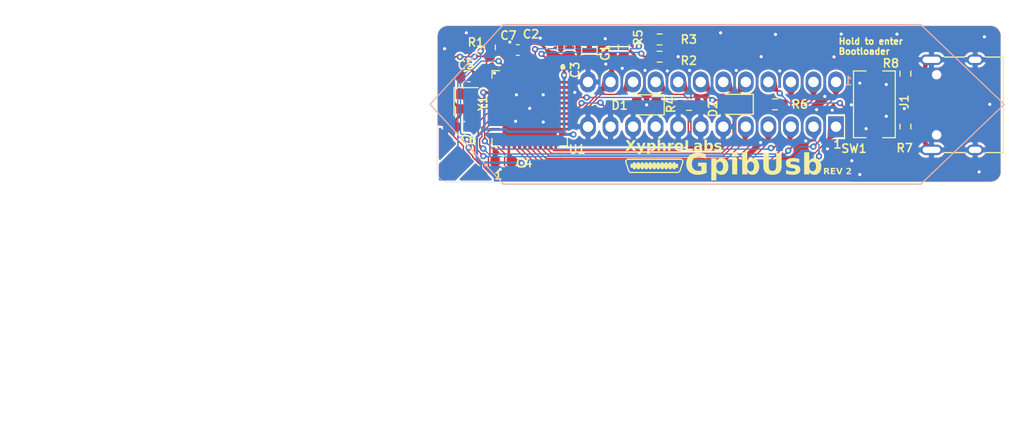
<source format=kicad_pcb>
(kicad_pcb (version 20240108) (generator "pcbnew") (generator_version "8.0")
  (layers (0 "F.Cu" signal) (31 "B.Cu" signal) (34 "B.Paste" user) (35 "F.Paste" user) (36 "B.SilkS" user "B.Silkscreen") (37 "F.SilkS" user "F.Silkscreen") (38 "B.Mask" user) (39 "F.Mask" user) (44 "Edge.Cuts" user))
  (net 0 "")
  (net 1 "Net-(U1-XTAL2)")
  (net 2 "GND")
  (net 3 "+5V")
  (net 4 "Net-(U1-XTAL1)")
  (net 5 "Net-(U1-UCAP)")
  (net 6 "Net-(D1-K)")
  (net 7 "/ATN")
  (net 8 "/SRQ")
  (net 9 "/IFC")
  (net 10 "/NDAC")
  (net 11 "/NRFD")
  (net 12 "/DAV")
  (net 13 "/REN")
  (net 14 "/EOI")
  (net 15 "/DIO8")
  (net 16 "/DIO4")
  (net 17 "/DIO7")
  (net 18 "/DIO3")
  (net 19 "/DIO6")
  (net 20 "/DIO2")
  (net 21 "/DIO5")
  (net 22 "/DIO1")
  (net 23 "/MOSI")
  (net 24 "Net-(D1-A)")
  (net 25 "/SCK")
  (net 26 "/MISO")
  (net 27 "Net-(ISP1-~{RST})")
  (net 28 "Net-(U1-D-)")
  (net 29 "Net-(U1-D+)")
  (net 35 "/D-")
  (net 36 "/D+")
  (net 37 "Net-(D2-K)")
  (net 38 "Net-(D2-A)")
  (net 41 "Net-(J1-CC1)")
  (net 42 "Net-(J1-CC2)")
  (footprint "Capacitor_SMD:C_0805_2012Metric" (layer "F.Cu") (at 194.564 77.343 90)
    (property "Reference" "C1")
    (property "Value" "4.7uF")
  )
  (footprint "Capacitor_SMD:C_0603_1608Metric" (layer "F.Cu") (at 191.008 77.089 90)
    (property "Reference" "C2")
    (property "Value" "100nF")
  )
  (footprint "Capacitor_SMD:C_0603_1608Metric" (layer "F.Cu") (at 187.706 77.343 180)
    (property "Reference" "C7")
    (property "Value" "1u")
  )
  (footprint "LED_SMD:LED_0805_2012Metric" (layer "F.Cu") (at 200.0504 82.6008 180)
    (property "Reference" "D1")
    (property "Value" "LED")
  )
  (footprint "Resistor_SMD:R_0603_1608Metric" (layer "F.Cu") (at 185.039 77.089 -90)
    (property "Reference" "R1")
    (property "Value" "10k")
  )
  (footprint "Resistor_SMD:R_0603_1608Metric" (layer "F.Cu") (at 201.295 77.978)
    (property "Reference" "R2")
    (property "Value" "22R")
  )
  (footprint "Resistor_SMD:R_0603_1608Metric" (layer "F.Cu") (at 201.295 76.327)
    (property "Reference" "R3")
    (property "Value" "22R")
  )
  (footprint "Resistor_SMD:R_0603_1608Metric" (layer "F.Cu") (at 204.1144 82.6008)
    (property "Reference" "R4")
    (property "Value" "470R")
  )
  (footprint "Resistor_SMD:R_0603_1608Metric" (layer "F.Cu") (at 197.866 77.089 90)
    (property "Reference" "R5")
    (property "Value" "100k")
  )
  (footprint "Package_DFN_QFN:QFN-44-1EP_7x7mm_P0.5mm_EP5.2x5.2mm" (layer "F.Cu") (at 188.849 82.931 -90)
    (property "Reference" "U1")
    (property "Value" "ATmega32U4-MU")
  )
  (footprint "Kai:EdgeProg" (layer "F.Cu") (at 205.0912 90.1108)
    (property "Reference" "ISP1" (hide yes))
    (property "Value" "ISP")
  )
  (footprint "Capacitor_SMD:C_0603_1608Metric" (layer "F.Cu") (at 183.007 79.883)
    (property "Reference" "C5")
    (property "Value" "8pF")
  )
  (footprint "Capacitor_SMD:C_0603_1608Metric" (layer "F.Cu") (at 182.499 84.709 180)
    (property "Reference" "C6")
    (property "Value" "8pF")
  )
  (footprint "Crystal:Crystal_SMD_2016-4Pin_2.0x1.6mm" (layer "F.Cu") (at 182.753 82.296 -90)
    (property "Reference" "Y1")
    (property "Value" "CX2016DB16000D0WZRC1" (hide yes))
  )
  (footprint "Capacitor_SMD:C_0603_1608Metric" (layer "F.Cu") (at 192.659 77.089 90)
    (property "Reference" "C3")
    (property "Value" "100nF")
  )
  (footprint "Capacitor_SMD:C_0603_1608Metric" (layer "F.Cu") (at 186.309 88.011 180)
    (property "Reference" "C4")
    (property "Value" "100nF")
  )
  (footprint "Fiducial:Fiducial_0.5mm_Mask1mm" (layer "F.Cu") (at 224.8916 89.154)
    (property "Reference" "FID1" (hide yes))
    (property "Value" "Fiducial")
  )
  (footprint "Fiducial:Fiducial_0.5mm_Mask1mm" (layer "F.Cu") (at 181.61 76.4032)
    (property "Reference" "FID2" (hide yes))
    (property "Value" "Fiducial")
  )
  (footprint "Connector_USB:USB_C_Receptacle_XKB_U262-16XN-4BVC11" (layer "F.Cu") (at 230.4412 82.5968 90)
    (property "Reference" "J1")
    (property "Value" "USB_C_Receptacle_USB2.0")
  )
  (footprint "Resistor_SMD:R_0603_1608Metric" (layer "F.Cu") (at 212.344 82.55)
    (property "Reference" "R6")
    (property "Value" "470R")
  )
  (footprint "LED_SMD:LED_0805_2012Metric" (layer "F.Cu") (at 208.5848 82.55 180)
    (property "Reference" "D2")
    (property "Value" "LED")
  )
  (footprint "Button_Switch_SMD:SW_Tactile_SPST_NO_Straight_CK_PTS636Sx25SMTRLFS" (layer "F.Cu") (at 221.869 82.55 -90)
    (property "Reference" "SW1")
    (property "Value" "SW_Push")
  )
  (footprint "Resistor_SMD:R_0603_1608Metric" (layer "F.Cu") (at 224.8408 84.6836 -90)
    (property "Reference" "R7")
    (property "Value" "10k")
  )
  (footprint "Resistor_SMD:R_0603_1608Metric" (layer "F.Cu") (at 224.8408 79.6036 -90)
    (property "Reference" "R8")
    (property "Value" "5k1")
  )
  (footprint "gpib:112024113R001" (layer "B.Cu") (at 206.314 82.55 180)
    (property "Reference" "GPIB1" (hide yes))
    (property "Value" "112-024-113R001" (hide yes))
  )
  (gr_rect (start 200.339988 88.190605) (end 200.466988 88.698605) (stroke (width 0.15)) (fill none) (layer "F.SilkS"))
  (gr_rect (start 200.720988 88.190605) (end 200.847988 88.698605) (stroke (width 0.15)) (fill none) (layer "F.SilkS"))
  (gr_line (start 198.561988 89.079605) (end 203.006988 89.079605) (stroke (width 0.12)) (layer "F.SilkS"))
  (gr_arc (start 198.561988 89.079605) (mid 198.428452 89.04167) (end 198.334803 88.939197) (stroke (width 0.12)) (layer "F.SilkS"))
  (gr_rect (start 201.863988 88.190605) (end 201.990988 88.698605) (stroke (width 0.15)) (fill none) (layer "F.SilkS"))
  (gr_rect (start 198.561988 88.317605) (end 203.006988 88.571605) (stroke (width 0.12)) (fill solid) (layer "F.SilkS"))
  (gr_arc (start 203.274395 87.809605) (mid 203.454 87.884) (end 203.528395 88.063605) (stroke (width 0.12)) (layer "F.SilkS"))
  (gr_rect (start 199.196988 88.190605) (end 199.323988 88.698605) (stroke (width 0.15)) (fill none) (layer "F.SilkS"))
  (gr_rect (start 201.101988 88.190605) (end 201.228988 88.698605) (stroke (width 0.15)) (fill none) (layer "F.SilkS"))
  (gr_rect (start 201.482988 88.190605) (end 201.609988 88.698605) (stroke (width 0.15)) (fill none) (layer "F.SilkS"))
  (gr_circle (center 192.024 78.867) (end 192.024 78.867) (stroke (width 0.2)) (fill none) (layer "F.SilkS"))
  (gr_rect (start 199.958988 88.190605) (end 200.085988 88.698605) (stroke (width 0.15)) (fill none) (layer "F.SilkS"))
  (gr_rect (start 198.815988 88.190605) (end 198.942988 88.698605) (stroke (width 0.15)) (fill none) (layer "F.SilkS"))
  (gr_arc (start 203.234173 88.939197) (mid 203.140524 89.04167) (end 203.006988 89.079605) (stroke (width 0.12)) (layer "F.SilkS"))
  (gr_rect (start 202.244988 88.190605) (end 202.371988 88.698605) (stroke (width 0.15)) (fill none) (layer "F.SilkS"))
  (gr_line (start 198.053988 88.063605) (end 198.334803 88.939197) (stroke (width 0.12)) (layer "F.SilkS"))
  (gr_rect (start 202.625988 88.190605) (end 202.752988 88.698605) (stroke (width 0.15)) (fill none) (layer "F.SilkS"))
  (gr_circle (center 192.024 78.994) (end 192.151 78.994) (stroke (width 0.25)) (fill none) (layer "F.SilkS"))
  (gr_arc (start 198.053988 88.063605) (mid 198.128383 87.884) (end 198.307988 87.809605) (stroke (width 0.12)) (layer "F.SilkS"))
  (gr_line (start 203.234173 88.939197) (end 203.528395 88.063605) (stroke (width 0.12)) (layer "F.SilkS"))
  (gr_rect (start 199.577988 88.190605) (end 199.704988 88.698605) (stroke (width 0.15)) (fill none) (layer "F.SilkS"))
  (gr_line (start 203.260988 87.809605) (end 198.307988 87.809605) (stroke (width 0.12)) (layer "F.SilkS"))
  (gr_line (start 234 76) (end 234 89) (stroke (width 0.05)) (layer "Edge.Cuts"))
  (gr_line (start 180 89) (end 180 87.75) (stroke (width 0.05)) (layer "Edge.Cuts"))
  (gr_line (start 180 76) (end 180 77) (stroke (width 0.05)) (layer "Edge.Cuts"))
  (gr_line (start 180 87.75) (end 180 77) (stroke (width 0.05)) (layer "Edge.Cuts"))
  (gr_line (start 181 75) (end 233 75) (stroke (width 0.05)) (layer "Edge.Cuts"))
  (gr_line (start 233 90) (end 181 90) (stroke (width 0.05)) (layer "Edge.Cuts"))
  (gr_arc (start 234 89) (mid 233.707107 89.707107) (end 233 90) (stroke (width 0.05)) (layer "Edge.Cuts"))
  (gr_arc (start 181 90) (mid 180.292893 89.707107) (end 180 89) (stroke (width 0.05)) (layer "Edge.Cuts"))
  (gr_arc (start 233 75) (mid 233.707107 75.292893) (end 234 76) (stroke (width 0.05)) (layer "Edge.Cuts"))
  (gr_arc (start 180 76) (mid 180.292893 75.292893) (end 181 75) (stroke (width 0.05)) (layer "Edge.Cuts"))
  (gr_text "1" (at 219.837 80.772 0) (layer "B.SilkS") (effects (font (size 0.8 0.8)) (justify left bottom mirror)))
  (gr_text "GpibUsb" (at 203.708 89.6112 0) (layer "F.SilkS") (effects (font (size 2 2)) (justify left bottom)))
  (gr_text "1" (at 185.3692 89.8144 0) (layer "F.SilkS") (effects (font (size 0.8 0.8)) (justify left bottom)))
  (gr_text "Hold to enter\nBootloader" (at 218.3638 77.8256 0) (layer "F.SilkS") (effects (font (size 0.6 0.6)) (justify left bottom)))
  (gr_text "1" (at 217.8558 86.8426 0) (layer "F.SilkS") (effects (font (size 0.8 0.8)) (justify left bottom)))
  (gr_text "XyphroLabs" (at 197.993 87.1728 0) (layer "F.SilkS") (effects (font (size 1 1)) (justify left bottom)))
  (gr_text "REV 2" (at 216.9668 89.3572 0) (layer "F.SilkS") (effects (font (size 0.6 0.6)) (justify left bottom)))
  (segment (start 182.853 82.296) (end 182.203 81.646) (width 0.127) (layer "F.Cu") (net 1))
  (segment (start 185.5115 82.431) (end 183.8935 82.431) (width 0.127) (layer "F.Cu") (net 1))
  (segment (start 182.203 81.596) (end 182.203 79.912) (width 0.127) (layer "F.Cu") (net 1))
  (segment (start 182.203 81.646) (end 182.203 81.596) (width 0.127) (layer "F.Cu") (net 1))
  (segment (start 183.7585 82.296) (end 182.853 82.296) (width 0.127) (layer "F.Cu") (net 1))
  (segment (start 183.8935 82.431) (end 183.7585 82.296) (width 0.127) (layer "F.Cu") (net 1))
  (segment (start 182.203 79.912) (end 182.232 79.883) (width 0.127) (layer "F.Cu") (net 1))
  (segment (start 186.374 86.2435) (end 186.374 85.279) (width 0.25) (layer "F.Cu") (net 2))
  (segment (start 192.1865 84.931) (end 190.976 84.931) (width 0.25) (layer "F.Cu") (net 2))
  (segment (start 204.9394 82.6008) (end 205.234 82.8954) (width 0.2) (layer "F.Cu") (net 2))
  (segment (start 183.782 79.769) (end 183.134 79.121) (width 0.25) (layer "F.Cu") (net 2))
  (segment (start 183.388 81.511) (end 183.388 80.772) (width 0.25) (layer "F.Cu") (net 2))
  (segment (start 192.1865 80.931) (end 190.595 80.931) (width 0.25) (layer "F.Cu") (net 2))
  (segment (start 181.724 84.087) (end 182.203 83.608) (width 0.25) (layer "F.Cu") (net 2))
  (segment (start 183.504684 81.596) (end 183.303 81.596) (width 0.25) (layer "F.Cu") (net 2))
  (segment (start 186.349 86.2685) (end 186.374 86.2435) (width 0.25) (layer "F.Cu") (net 2))
  (segment (start 181.483 79.48242) (end 181.483 82.276) (width 0.25) (layer "F.Cu") (net 2))
  (segment (start 189.349 82.558) (end 188.976 82.931) (width 0.25) (layer "F.Cu") (net 2))
  (segment (start 184.768455 82.064672) (end 183.973356 82.064672) (width 0.25) (layer "F.Cu") (net 2))
  (segment (start 226.7432 78.795) (end 227.3132 78.225) (width 0.4) (layer "F.Cu") (net 2))
  (segment (start 189.349 79.5935) (end 189.349 82.558) (width 0.25) (layer "F.Cu") (net 2))
  (segment (start 184.902127 81.931) (end 184.768455 82.064672) (width 0.25) (layer "F.Cu") (net 2))
  (segment (start 185.534 88.2969) (end 186.0296 88.7925) (width 0.2) (layer "F.Cu") (net 2))
  (segment (start 226.7432 86.305) (end 227.3132 86.875) (width 0.4) (layer "F.Cu") (net 2))
  (segment (start 182.203 83.608) (end 182.203 82.996) (width 0.25) (layer "F.Cu") (net 2))
  (segment (start 183.388 80.772) (end 183.782 80.378) (width 0.25) (layer "F.Cu") (net 2))
  (segment (start 181.724 84.709) (end 181.724 84.087) (width 0.25) (layer "F.Cu") (net 2))
  (segment (start 183.782 80.378) (end 183.782 79.883) (width 0.25) (layer "F.Cu") (net 2))
  (segment (start 185.534 88.011) (end 185.534 88.2969) (width 0.127) (layer "F.Cu") (net 2))
  (segment (start 205.234 82.8954) (end 205.234 84.695) (width 0.2) (layer "F.Cu") (net 2))
  (segment (start 181.84442 79.121) (end 181.483 79.48242) (width 0.25) (layer "F.Cu") (net 2))
  (segment (start 183.134 79.121) (end 181.84442 79.121) (width 0.25) (layer "F.Cu") (net 2))
  (segment (start 190.976 84.931) (end 190.5 84.455) (width 0.25) (layer "F.Cu") (net 2))
  (segment (start 226.7432 79.35) (end 226.7432 78.795) (width 0.4) (layer "F.Cu") (net 2))
  (segment (start 185.5115 81.931) (end 184.902127 81.931) (width 0.25) (layer "F.Cu") (net 2))
  (segment (start 186.374 85.279) (end 187.198 84.455) (width 0.25) (layer "F.Cu") (net 2))
  (segment (start 185.5115 81.931) (end 186.42 81.931) (width 0.25) (layer "F.Cu") (net 2))
  (segment (start 183.973356 82.064672) (end 183.504684 81.596) (width 0.25) (layer "F.Cu") (net 2))
  (segment (start 181.483 82.276) (end 182.203 82.996) (width 0.25) (layer "F.Cu") (net 2))
  (segment (start 190.595 80.931) (end 190.5 81.026) (width 0.25) (layer "F.Cu") (net 2))
  (segment (start 192.1865 81.931) (end 191.405 81.931) (width 0.25) (layer "F.Cu") (net 2))
  (segment (start 213.169 82.55) (end 213.0044 82.55) (width 0.2) (layer "F.Cu") (net 2))
  (segment (start 186.42 81.931) (end 187.198 81.153) (width 0.25) (layer "F.Cu") (net 2))
  (segment (start 183.303 81.596) (end 183.388 81.511) (width 0.25) (layer "F.Cu") (net 2))
  (segment (start 191.405 81.931) (end 190.5 81.026) (width 0.25) (layer "F.Cu") (net 2))
  (segment (start 226.7432 85.75) (end 226.7432 86.305) (width 0.4) (layer "F.Cu") (net 2))
  (segment (start 183.782 79.883) (end 183.782 79.769) (width 0.25) (layer "F.Cu") (net 2))
  (via (at 217.1192 81.788) (size 0.6) (drill 0.3) (layers "F.Cu" "B.Cu") (net 2))
  (via (at 223.012 83.693) (size 0.6) (drill 0.3) (layers "F.Cu" "B.Cu") (net 2))
  (via (at 220.472 89.281) (size 0.6) (drill 0.3) (layers "F.Cu" "B.Cu") (net 2))
  (via (at 211.0232 77.978) (size 0.6) (drill 0.3) (layers "F.Cu" "B.Cu") (net 2))
  (via (at 190.1444 81.6356) (size 0.6) (drill 0.3) (layers "F.Cu" "B.Cu") (net 2))
  (via (at 185.4708 79.5528) (size 0.6) (drill 0.3) (layers "F.Cu" "B.Cu") (net 2))
  (via (at 204.1652 79.2988) (size 0.6) (drill 0.3) (layers "F.Cu" "B.Cu") (net 2))
  (via (at 218.694 75.819) (size 0.6) (drill 0.3) (layers "F.Cu" "B.Cu") (net 2))
  (via (at 200.0504 82.6008) (size 0.6) (drill 0.3) (layers "F.Cu" "B.Cu") (net 2))
  (via (at 189.865 76.2) (size 0.6) (drill 0.3) (layers "F.Cu" "B.Cu") (net 2))
  (via (at 199.898 79.2988) (size 0.6) (drill 0.3) (layers "F.Cu" "B.Cu") (net 2))
  (via (at 196.088 76.255189) (size 0.6) (drill 0.3) (layers "F.Cu" "B.Cu") (net 2))
  (via (at 196.1388 78.6892) (size 0.6) (drill 0.3) (layers "F.Cu" "B.Cu") (net 2))
  (via (at 221.0816 84.8868) (size 0.6) (drill 0.3) (layers "F.Cu" "B.Cu") (net 2))
  (via (at 220.472 80.518) (size 0.6) (drill 0.3) (layers "F.Cu" "B.Cu") (net 2))
  (via (at 208.6356 79.2988) (size 0.6) (drill 0.3) (layers "F.Cu" "B.Cu") (net 2))
  (via (at 182.7784 75.692) (size 0.6) (drill 0.3) (layers "F.Cu" "B.Cu") (net 2))
  (via (at 207.137 75.692) (size 0.6) (drill 0.3) (layers "F.Cu" "B.Cu") (net 2))
  (via (at 216.3318 83.058) (size 0.6) (drill 0.3) (layers "F.Cu" "B.Cu") (net 2))
  (via (at 224.028 75.819) (size 0.6) (drill 0.3) (layers "F.Cu" "B.Cu") (net 2))
  (via (at 187.5028 84.1756) (size 0.6) (drill 0.3) (layers "F.Cu" "B.Cu") (net 2))
  (via (at 212.8012 79.3496) (size 0.6) (drill 0.3) (layers "F.Cu" "B.Cu") (net 2))
  (via (at 232.41 76.073) (size 0.6) (drill 0.3) (layers "F.Cu" "B.Cu") (net 2))
  (via (at 203.073 77.978) (size 0.6) (drill 0.3) (layers "F.Cu" "B.Cu") (net 2))
  (via (at 215.2904 86.0552) (size 0.6) (drill 0.3) (layers "F.Cu" "B.Cu") (net 2))
  (via (at 180.6956 77.216) (size 0.6) (drill 0.3) (layers "F.Cu" "B.Cu") (net 2))
  (via (at 218 78) (size 0.6) (drill 0.3) (layers "F.Cu" "B.Cu") (net 2))
  (via (at 202.0316 79.3496) (size 0.6) (drill 0.3) (layers "F.Cu" "B.Cu") (net 2))
  (via (at 193.167 81.407) (size 0.6) (drill 0.3) (layers "F.Cu" "B.Cu") (net 2))
  (via (at 224.7392 82.9564) (size 0.6) (drill 0.3) (layers "F.Cu" "B.Cu") (net 2))
  (via (at 219.6592 82.6008) (size 0.6) (drill 0.3) (layers "F.Cu" "B.Cu") (net 2))
  (via (at 197.7136 79.0956) (size 0.6) (drill 0.3) (layers "F.Cu" "B.Cu") (net 2))
  (via (at 231.902 89.027) (size 0.6) (drill 0.3) (layers "F.Cu" "B.Cu") (net 2))
  (via (at 217.8304 83.1088) (size 0.6) (drill 0.3) (layers "F.Cu" "B.Cu") (net 2))
  (via (at 232.918 82.55) (size 0.6) (drill 0.3) (layers "F.Cu" "B.Cu") (net 2))
  (via (at 188.849 82.931) (size 0.6) (drill 0.3) (layers "F.Cu" "B.Cu") (net 2))
  (via (at 186.944 76.581) (size 0.6) (drill 0.3) (layers "F.Cu" "B.Cu") (net 2))
  (via (at 190.1444 84.2518) (size 0.6) (drill 0.3) (layers "F.Cu" "B.Cu") (net 2))
  (via (at 223.012 80.645) (size 0.6) (drill 0.3) (layers "F.Cu" "B.Cu") (net 2))
  (via (at 217.3732 86.8172) (size 0.6) (drill 0.3) (layers "F.Cu" "B.Cu") (net 2))
  (via (at 187.579 81.6356) (size 0.6) (drill 0.3) (layers "F.Cu" "B.Cu") (net 2))
  (via (at 186.0296 88.7925) (size 0.6) (drill 0.3) (layers "F.Cu" "B.Cu") (net 2))
  (via (at 219.71 87.9602) (size 0.6) (drill 0.3) (layers "F.Cu" "B.Cu") (net 2))
  (via (at 210.9724 86.2076) (size 0.6) (drill 0.3) (layers "F.Cu" "B.Cu") (net 2))
  (via (at 212.3948 75.8444) (size 0.6) (drill 0.3) (layers "F.Cu" "B.Cu") (net 2))
  (segment (start 192.659 77.864) (end 191.008 77.864) (width 0.25) (layer "F.Cu") (net 3))
  (segment (start 218.987784 78.5876) (end 219.6445 79.244316) (width 0.25) (layer "F.Cu") (net 3))
  (segment (start 194.564 78.293) (end 193.088 78.293) (width 0.25) (layer "F.Cu") (net 3))
  (segment (start 192.151 79.756) (end 192.151 78.372) (width 0.25) (layer "F.Cu") (net 3))
  (segment (start 189.592354 76.708) (end 189.636354 76.752) (width 0.25) (layer "F.Cu") (net 3))
  (segment (start 196.4132 77.216) (end 198.282225 77.216) (width 0.25) (layer "F.Cu") (net 3))
  (segment (start 193.088 78.293) (end 192.659 77.864) (width 0.25) (layer "F.Cu") (net 3))
  (segment (start 227.3034 80.15) (end 226.7432 80.15) (width 0.25) (layer "F.Cu") (net 3))
  (segment (start 202.624625 78.5876) (end 218.987784 78.5876) (width 0.25) (layer "F.Cu") (net 3))
  (segment (start 198.282225 77.216) (end 198.9328 77.866575) (width 0.25) (layer "F.Cu") (net 3))
  (segment (start 187.706 76.039932) (end 187.485068 75.819) (width 0.25) (layer "F.Cu") (net 3))
  (segment (start 198.9328 78.047446) (end 199.590354 78.705) (width 0.25) (layer "F.Cu") (net 3))
  (segment (start 227.3586 84.9884) (end 227.9738 84.3732) (width 0.25) (layer "F.Cu") (net 3))
  (segment (start 195.3362 78.293) (end 196.4132 77.216) (width 0.25) (layer "F.Cu") (net 3))
  (segment (start 194.564 78.293) (end 195.3362 78.293) (width 0.25) (layer "F.Cu") (net 3))
  (segment (start 187.900001 88.011) (end 187.084 88.011) (width 0.25) (layer "F.Cu") (net 3))
  (segment (start 202.507225 78.705) (end 202.624625 78.5876) (width 0.25) (layer "F.Cu") (net 3))
  (segment (start 188.075501 88.1865) (end 187.900001 88.011) (width 0.25) (layer "F.Cu") (net 3))
  (segment (start 188.349 79.5935) (end 188.349 78.463817) (width 0.25) (layer "F.Cu") (net 3))
  (segment (start 187.706 76.327) (end 188.61458 76.327) (width 0.25) (layer "F.Cu") (net 3))
  (segment (start 184.404 81.407) (end 184.428 81.431) (width 0.25) (layer "F.Cu") (net 3))
  (segment (start 192.2011 85.4456) (end 192.1865 85.431) (width 0.25) (layer "F.Cu") (net 3))
  (segment (start 187.485068 75.819) (end 185.484 75.819) (width 0.25) (layer "F.Cu") (net 3))
  (segment (start 219.6445 79.244316) (end 219.6445 81.4685) (width 0.25) (layer "F.Cu") (net 3))
  (segment (start 192.151 80.3955) (end 192.1865 80.431) (width 0.25) (layer "F.Cu") (net 3))
  (segment (start 219.6445 81.4685) (end 222.926 84.75) (width 0.25) (layer "F.Cu") (net 3))
  (segment (start 225.9076 84.9884) (end 227.3586 84.9884) (width 0.25) (layer "F.Cu") (net 3))
  (segment (start 190.849 78.023) (end 191.008 77.864) (width 0.25) (layer "F.Cu") (net 3))
  (segment (start 225.6692 84.75) (end 225.9076 84.9884) (width 0.25) (layer "F.Cu") (net 3))
  (segment (start 186.849 87.776) (end 187.084 88.011) (width 0.25) (layer "F.Cu") (net 3))
  (segment (start 186.849 86.2685) (end 186.849 87.776) (width 0.25) (layer "F.Cu") (net 3))
  (segment (start 222.926 84.75) (end 225.6692 84.75) (width 0.25) (layer "F.Cu") (net 3))
  (segment (start 190.849 79.5935) (end 190.849 78.023) (width 0.25) (layer "F.Cu") (net 3))
  (segment (start 185.484 75.819) (end 185.039 76.264) (width 0.25) (layer "F.Cu") (net 3))
  (segment (start 188.61458 76.327) (end 188.99558 76.708) (width 0.25) (layer "F.Cu") (net 3))
  (segment (start 188.349 78.463817) (end 187.706 77.820817) (width 0.25) (layer "F.Cu") (net 3))
  (segment (start 187.706 77.820817) (end 187.706 76.865183) (width 0.25) (layer "F.Cu") (net 3))
  (segment (start 187.706 76.865183) (end 187.706 76.327) (width 0.25) (layer "F.Cu") (net 3))
  (segment (start 188.99558 76.708) (end 189.592354 76.708) (width 0.25) (layer "F.Cu") (net 3))
  (segment (start 192.151 79.756) (end 192.151 80.3955) (width 0.25) (layer "F.Cu") (net 3))
  (segment (start 189.896 76.752) (end 191.008 77.864) (width 0.25) (layer "F.Cu") (net 3))
  (segment (start 198.9328 77.866575) (end 198.9328 78.047446) (width 0.25) (layer "F.Cu") (net 3))
  (segment (start 227.9738 80.8204) (end 227.3034 80.15) (width 0.25) (layer "F.Cu") (net 3))
  (segment (start 187.706 76.865183) (end 187.706 76.039932) (width 0.25) (layer "F.Cu") (net 3))
  (segment (start 192.151 78.372) (end 192.659 77.864) (width 0.25) (layer "F.Cu") (net 3))
  (segment (start 199.590354 78.705) (end 202.507225 78.705) (width 0.25) (layer "F.Cu") (net 3))
  (segment (start 184.428 81.431) (end 185.5115 81.431) (width 0.25) (layer "F.Cu") (net 3))
  (segment (start 193.04 85.4456) (end 192.2011 85.4456) (width 0.25) (layer "F.Cu") (net 3))
  (segment (start 189.636354 76.752) (end 189.896 76.752) (width 0.25) (layer "F.Cu") (net 3))
  (segment (start 227.9738 84.3732) (end 227.9738 80.8204) (width 0.25) (layer "F.Cu") (net 3))
  (via (at 184.404 81.407) (size 0.6) (drill 0.3) (layers "F.Cu" "B.Cu") (net 3))
  (via (at 188.075501 88.1865) (size 0.6) (drill 0.3) (layers "F.Cu" "B.Cu") (net 3))
  (via (at 193.04 85.4456) (size 0.6) (drill 0.3) (layers "F.Cu" "B.Cu") (net 3))
  (via (at 192.151 79.756) (size 0.6) (drill 0.3) (layers "F.Cu" "B.Cu") (net 3))
  (segment (start 186.563 84.963) (end 186.78 85.18) (width 0.25) (layer "B.Cu") (net 3))
  (segment (start 192.3796 85.4456) (end 192.151 85.217) (width 0.25) (layer "B.Cu") (net 3))
  (segment (start 184.17844 88.138) (end 183.781405 87.740965) (width 0.25) (layer "B.Cu") (net 3))
  (segment (start 183.781405 87.740965) (end 183.781405 85.679982) (width 0.25) (layer "B.Cu") (net 3))
  (segment (start 188.075501 88.1865) (end 188.027001 88.138) (width 0.25) (layer "B.Cu") (net 3))
  (segment (start 192.114 85.18) (end 192.151 85.217) (width 0.25) (layer "B.Cu") (net 3))
  (segment (start 188.027001 88.138) (end 184.17844 88.138) (width 0.25) (layer "B.Cu") (net 3))
  (segment (start 184.498387 81.501387) (end 184.498387 84.963) (width 0.25) (layer "B.Cu") (net 3))
  (segment (start 192.151 85.217) (end 192.151 79.756) (width 0.25) (layer "B.Cu") (net 3))
  (segment (start 184.17844 88.138) (end 184.17844 89.15356) (width 0.25) (layer "B.Cu") (net 3))
  (segment (start 183.781405 85.679982) (end 184.498387 84.963) (width 0.25) (layer "B.Cu") (net 3))
  (segment (start 186.78 85.18) (end 192.114 85.18) (width 0.25) (layer "B.Cu") (net 3))
  (segment (start 184.498387 84.963) (end 186.563 84.963) (width 0.25) (layer "B.Cu") (net 3))
  (segment (start 184.404 81.407) (end 184.498387 81.501387) (width 0.25) (layer "B.Cu") (net 3))
  (segment (start 193.04 85.4456) (end 192.3796 85.4456) (width 0.25) (layer "B.Cu") (net 3))
  (segment (start 184.17844 89.15356) (end 184.1212 89.2108) (width 0.25) (layer "B.Cu") (net 3))
  (segment (start 183.303 84.68) (end 183.274 84.709) (width 0.127) (layer "F.Cu") (net 4))
  (segment (start 183.368 82.931) (end 183.303 82.996) (width 0.127) (layer "F.Cu") (net 4))
  (segment (start 185.5115 82.931) (end 183.368 82.931) (width 0.127) (layer "F.Cu") (net 4))
  (segment (start 183.303 82.996) (end 183.303 84.68) (width 0.127) (layer "F.Cu") (net 4))
  (segment (start 188.849 79.5935) (end 188.849 77.711) (width 0.25) (layer "F.Cu") (net 5))
  (segment (start 188.849 77.711) (end 188.481 77.343) (width 0.25) (layer "F.Cu") (net 5))
  (segment (start 200.9879 82.6008) (end 203.2894 82.6008) (width 0.2) (layer "F.Cu") (net 6))
  (segment (start 192.1865 83.931) (end 193.000462 83.931) (width 0.127) (layer "F.Cu") (net 7))
  (segment (start 197.866 77.914) (end 196.594 79.186) (width 0.127) (layer "F.Cu") (net 7))
  (segment (start 196.594 79.186) (end 196.594 80.405) (width 0.127) (layer "F.Cu") (net 7))
  (segment (start 193.000462 83.931) (end 196.526462 80.405) (width 0.127) (layer "F.Cu") (net 7))
  (segment (start 196.526462 80.405) (end 196.594 80.405) (width 0.127) (layer "F.Cu") (net 7))
  (segment (start 192.1865 84.431) (end 192.859672 84.431) (width 0.127) (layer "F.Cu") (net 8))
  (segment (start 192.859672 84.431) (end 195.695172 81.5955) (width 0.127) (layer "F.Cu") (net 8))
  (segment (start 195.695172 81.5955) (end 197.5635 81.5955) (width 0.127) (layer "F.Cu") (net 8))
  (segment (start 197.5635 81.5955) (end 198.754 80.405) (width 0.127) (layer "F.Cu") (net 8))
  (segment (start 200.914 80.405) (end 202.1045 81.5955) (width 0.127) (layer "F.Cu") (net 9))
  (segment (start 203.5663 81.5955) (end 204.0395 82.0687) (width 0.127) (layer "F.Cu") (net 9))
  (segment (start 202.1045 81.5955) (end 203.5663 81.5955) (width 0.127) (layer "F.Cu") (net 9))
  (segment (start 200.914 80.87721) (end 200.914 80.405) (width 0.127) (layer "F.Cu") (net 9))
  (segment (start 204.0395 85.6729) (end 203.2324 86.48) (width 0.127) (layer "F.Cu") (net 9))
  (segment (start 204.0395 82.0687) (end 204.0395 85.6729) (width 0.127) (layer "F.Cu") (net 9))
  (segment (start 191.5605 86.48) (end 191.349 86.2685) (width 0.127) (layer "F.Cu") (net 9))
  (segment (start 203.2324 86.48) (end 191.5605 86.48) (width 0.127) (layer "F.Cu") (net 9))
  (segment (start 204.2935 81.6245) (end 203.074 80.405) (width 0.127) (layer "F.Cu") (net 10))
  (segment (start 191.516296 86.9965) (end 191.517796 86.995) (width 0.127) (layer "F.Cu") (net 10))
  (segment (start 190.849 86.663796) (end 191.181704 86.9965) (width 0.127) (layer "F.Cu") (net 10))
  (segment (start 191.181704 86.9965) (end 191.516296 86.9965) (width 0.127) (layer "F.Cu") (net 10))
  (segment (start 203.2254 86.995) (end 204.2935 85.9269) (width 0.127) (layer "F.Cu") (net 10))
  (segment (start 190.849 86.2685) (end 190.849 86.663796) (width 0.127) (layer "F.Cu") (net 10))
  (segment (start 191.517796 86.995) (end 203.2254 86.995) (width 0.127) (layer "F.Cu") (net 10))
  (segment (start 204.2935 85.9269) (end 204.2935 81.6245) (width 0.127) (layer "F.Cu") (net 10))
  (segment (start 208.3345 81.7917) (end 208.1383 81.5955) (width 0.127) (layer "F.Cu") (net 11))
  (segment (start 206.4245 81.5955) (end 205.234 80.405) (width 0.127) (layer "F.Cu") (net 11))
  (segment (start 190.349 86.2685) (end 190.349 86.663796) (width 0.127) (layer "F.Cu") (net 11))
  (segment (start 207.2386 87.249) (end 208.3345 86.1531) (width 0.127) (layer "F.Cu") (net 11))
  (segment (start 190.935704 87.2505) (end 191.621506 87.2505) (width 0.127) (layer "F.Cu") (net 11))
  (segment (start 208.1383 81.5955) (end 206.4245 81.5955) (width 0.127) (layer "F.Cu") (net 11))
  (segment (start 208.3345 86.1531) (end 208.3345 81.7917) (width 0.127) (layer "F.Cu") (net 11))
  (segment (start 191.621506 87.2505) (end 191.623006 87.249) (width 0.127) (layer "F.Cu") (net 11))
  (segment (start 190.349 86.663796) (end 190.935704 87.2505) (width 0.127) (layer "F.Cu") (net 11))
  (segment (start 191.623006 87.249) (end 207.2386 87.249) (width 0.127) (layer "F.Cu") (net 11))
  (segment (start 189.849 86.663796) (end 190.689704 87.5045) (width 0.127) (layer "F.Cu") (net 12))
  (segment (start 207.391 87.503) (end 208.5885 86.3055) (width 0.127) (layer "F.Cu") (net 12))
  (segment (start 208.5885 86.3055) (end 208.5885 81.5995) (width 0.127) (layer "F.Cu") (net 12))
  (segment (start 191.726716 87.5045) (end 191.728216 87.503) (width 0.127) (layer "F.Cu") (net 12))
  (segment (start 208.5885 81.5995) (end 207.394 80.405) (width 0.127) (layer "F.Cu") (net 12))
  (segment (start 191.728216 87.503) (end 207.391 87.503) (width 0.127) (layer "F.Cu") (net 12))
  (segment (start 190.689704 87.5045) (end 191.726716 87.5045) (width 0.127) (layer "F.Cu") (net 12))
  (segment (start 189.849 86.2685) (end 189.849 86.663796) (width 0.127) (layer "F.Cu") (net 12))
  (segment (start 190.4205 87.7585) (end 191.831926 87.7585) (width 0.127) (layer "F.Cu") (net 13))
  (segment (start 207.772 87.757) (end 209.554 85.975) (width 0.127) (layer "F.Cu") (net 13))
  (segment (start 191.833426 87.757) (end 207.772 87.757) (width 0.127) (layer "F.Cu") (net 13))
  (segment (start 191.831926 87.7585) (end 191.833426 87.757) (width 0.127) (layer "F.Cu") (net 13))
  (segment (start 189.349 86.2685) (end 189.349 86.687) (width 0.127) (layer "F.Cu") (net 13))
  (segment (start 209.554 85.975) (end 209.554 84.695) (width 0.127) (layer "F.Cu") (net 13))
  (segment (start 189.349 86.687) (end 190.4205 87.7585) (width 0.127) (layer "F.Cu") (net 13))
  (segment (start 188.849 86.2685) (end 188.849 86.663796) (width 0.127) (layer "F.Cu") (net 14))
  (segment (start 191.937136 88.0125) (end 191.938636 88.011) (width 0.127) (layer "F.Cu") (net 14))
  (segment (start 208.8425 83.305) (end 208.8425 81.1165) (width 0.127) (layer "F.Cu") (net 14))
  (segment (start 210.6168 85.8266) (end 210.6168 84.0232) (width 0.127) (layer "F.Cu") (net 14))
  (segment (start 210.6168 84.0232) (end 210.0981 83.5045) (width 0.127) (layer "F.Cu") (net 14))
  (segment (start 208.8425 81.1165) (end 209.554 80.405) (width 0.127) (layer "F.Cu") (net 14))
  (segment (start 210.0981 83.5045) (end 209.042 83.5045) (width 0.127) (layer "F.Cu") (net 14))
  (segment (start 191.938636 88.011) (end 209.042 88.011) (width 0.127) (layer "F.Cu") (net 14))
  (segment (start 209.042 83.5045) (end 208.8425 83.305) (width 0.127) (layer "F.Cu") (net 14))
  (segment (start 190.197704 88.0125) (end 191.937136 88.0125) (width 0.127) (layer "F.Cu") (net 14))
  (segment (start 188.849 86.663796) (end 190.197704 88.0125) (width 0.127) (layer "F.Cu") (net 14))
  (segment (start 209.042 88.011) (end 208.7372 87.7062) (width 0.127) (layer "F.Cu") (net 14))
  (segment (start 208.7372 87.7062) (end 210.6168 85.8266) (width 0.127) (layer "F.Cu") (net 14))
  (segment (start 209.677 88.265) (end 211.714 86.228) (width 0.127) (layer "F.Cu") (net 15))
  (segment (start 189.951704 88.2665) (end 192.042346 88.2665) (width 0.127) (layer "F.Cu") (net 15))
  (segment (start 211.714 86.228) (end 211.714 84.695) (width 0.127) (layer "F.Cu") (net 15))
  (segment (start 192.043846 88.265) (end 209.677 88.265) (width 0.127) (layer "F.Cu") (net 15))
  (segment (start 188.349 86.663796) (end 189.951704 88.2665) (width 0.127) (layer "F.Cu") (net 15))
  (segment (start 192.042346 88.2665) (end 192.043846 88.265) (width 0.127) (layer "F.Cu") (net 15))
  (segment (start 188.349 86.2685) (end 188.349 86.663796) (width 0.127) (layer "F.Cu") (net 15))
  (segment (start 216.1525 89.2825) (end 219.1345 86.3005) (width 0.127) (layer "F.Cu") (net 16))
  (segment (start 184.8935 88.441828) (end 185.734672 89.283) (width 0.127) (layer "F.Cu") (net 16))
  (segment (start 189.248784 89.283) (end 189.249284 89.2825) (width 0.127) (layer "F.Cu") (net 16))
  (segment (start 185.5115 84.931) (end 185.116204 84.931) (width 0.127) (layer "F.Cu") (net 16))
  (segment (start 184.8935 87.588894) (end 184.8935 88.441828) (width 0.127) (layer "F.Cu") (net 16))
  (segment (start 185.116204 84.931) (end 184.7835 85.263704) (width 0.127) (layer "F.Cu") (net 16))
  (segment (start 212.7922 81.4832) (end 211.714 80.405) (width 0.127) (layer "F.Cu") (net 16))
  (segment (start 185.734672 89.283) (end 189.248784 89.283) (width 0.127) (layer "F.Cu") (net 16))
  (segment (start 185.039 87.443394) (end 184.8935 87.588894) (width 0.127) (layer "F.Cu") (net 16))
  (segment (start 212.8012 81.4832) (end 212.7922 81.4832) (width 0.127) (layer "F.Cu") (net 16))
  (segment (start 184.7835 85.598296) (end 185.039 85.853796) (width 0.127) (layer "F.Cu") (net 16))
  (segment (start 189.249284 89.2825) (end 216.1525 89.2825) (width 0.127) (layer "F.Cu") (net 16))
  (segment (start 184.7835 85.263704) (end 184.7835 85.598296) (width 0.127) (layer "F.Cu") (net 16))
  (segment (start 219.1345 82.9905) (end 218.567 82.423) (width 0.127) (layer "F.Cu") (net 16))
  (segment (start 219.1345 86.3005) (end 219.1345 82.9905) (width 0.127) (layer "F.Cu") (net 16))
  (segment (start 185.039 85.853796) (end 185.039 87.443394) (width 0.127) (layer "F.Cu") (net 16))
  (via (at 218.567 82.423) (size 0.6) (drill 0.3) (layers "F.Cu" "B.Cu") (net 16))
  (via (at 212.8012 81.4832) (size 0.6) (drill 0.3) (layers "F.Cu" "B.Cu") (net 16))
  (segment (start 218.567 82.423) (end 213.741 82.423) (width 0.127) (layer "B.Cu") (net 16))
  (segment (start 213.741 82.423) (end 212.8012 81.4832) (width 0.127) (layer "B.Cu") (net 16))
  (segment (start 211.3011 88.5205) (end 213.874 85.9476) (width 0.127) (layer "F.Cu") (net 17))
  (segment (start 187.849 86.2685) (end 187.849 86.663796) (width 0.127) (layer "F.Cu") (net 17))
  (segment (start 189.705704 88.5205) (end 211.3011 88.5205) (width 0.127) (layer "F.Cu") (net 17))
  (segment (start 213.874 85.9476) (end 213.874 84.695) (width 0.127) (layer "F.Cu") (net 17))
  (segment (start 187.849 86.663796) (end 189.705704 88.5205) (width 0.127) (layer "F.Cu") (net 17))
  (segment (start 212.852 84.074) (end 213.874 83.052) (width 0.127) (layer "F.Cu") (net 18))
  (segment (start 184.5295 85.017704) (end 185.116204 84.431) (width 0.127) (layer "F.Cu") (net 18))
  (segment (start 211.963 86.741) (end 212.217 86.741) (width 0.127) (layer "F.Cu") (net 18))
  (segment (start 213.874 83.052) (end 213.874 80.405) (width 0.127) (layer "F.Cu") (net 18))
  (segment (start 212.217 86.741) (end 212.852 86.106) (width 0.127) (layer "F.Cu") (net 18))
  (segment (start 212.852 86.106) (end 212.852 84.074) (width 0.127) (layer "F.Cu") (net 18))
  (segment (start 185.116204 84.431) (end 185.5115 84.431) (width 0.127) (layer "F.Cu") (net 18))
  (segment (start 184.5295 86.059121) (end 184.5295 85.017704) (width 0.127) (layer "F.Cu") (net 18))
  (segment (start 184.549 86.078621) (end 184.5295 86.059121) (width 0.127) (layer "F.Cu") (net 18))
  (via (at 211.963 86.741) (size 0.6) (drill 0.3) (layers "F.Cu" "B.Cu") (net 18))
  (via (at 184.549 86.078621) (size 0.6) (drill 0.3) (layers "F.Cu" "B.Cu") (net 18))
  (segment (start 185.316238 86.845859) (end 184.549 86.078621) (width 0.127) (layer "B.Cu") (net 18))
  (segment (start 211.963 86.741) (end 211.858141 86.845859) (width 0.127) (layer "B.Cu") (net 18))
  (segment (start 211.858141 86.845859) (end 185.316238 86.845859) (width 0.127) (layer "B.Cu") (net 18))
  (segment (start 215.1365 89.0285) (end 189.354494 89.0285) (width 0.127) (layer "F.Cu") (net 19))
  (segment (start 185.5115 86.326296) (end 185.5115 85.431) (width 0.127) (layer "F.Cu") (net 19))
  (segment (start 186.4435 87.258296) (end 185.5115 86.326296) (width 0.127) (layer "F.Cu") (net 19))
  (segment (start 189.354494 89.0285) (end 189.002494 88.6765) (width 0.127) (layer "F.Cu") (net 19))
  (segment (start 216.563983 87.531983) (end 216.563983 87.601017) (width 0.127) (layer "F.Cu") (net 19))
  (segment (start 189.002494 88.6765) (end 186.686894 88.6765) (width 0.127) (layer "F.Cu") (net 19))
  (segment (start 186.4435 88.433106) (end 186.4435 87.258296) (width 0.127) (layer "F.Cu") (net 19))
  (segment (start 186.686894 88.6765) (end 186.4435 88.433106) (width 0.127) (layer "F.Cu") (net 19))
  (segment (start 216.563983 87.601017) (end 215.1365 89.0285) (width 0.127) (layer "F.Cu") (net 19))
  (via (at 216.563983 87.531983) (size 0.6) (drill 0.3) (layers "F.Cu" "B.Cu") (net 19))
  (segment (start 216.563983 87.531983) (end 216.563983 86.414383) (width 0.127) (layer "B.Cu") (net 19))
  (segment (start 216.563983 86.414383) (end 216.034 85.8844) (width 0.127) (layer "B.Cu") (net 19))
  (segment (start 216.034 85.8844) (end 216.034 84.695) (width 0.127) (layer "B.Cu") (net 19))
  (segment (start 215.011 83.058) (end 216.034 82.035) (width 0.127) (layer "F.Cu") (net 20))
  (segment (start 215.011 85.598) (end 215.011 83.058) (width 0.127) (layer "F.Cu") (net 20))
  (segment (start 184.2755 85.658449) (end 184.0585 85.875449) (width 0.127) (layer "F.Cu") (net 20))
  (segment (start 184.0585 85.875449) (end 184.0585 86.453176) (width 0.127) (layer "F.Cu") (net 20))
  (segment (start 185.5115 83.931) (end 185.116204 83.931) (width 0.127) (layer "F.Cu") (net 20))
  (segment (start 184.2755 84.771704) (end 184.2755 85.658449) (width 0.127) (layer "F.Cu") (net 20))
  (segment (start 213.614 86.995) (end 215.011 85.598) (width 0.127) (layer "F.Cu") (net 20))
  (segment (start 185.116204 83.931) (end 184.2755 84.771704) (width 0.127) (layer "F.Cu") (net 20))
  (segment (start 184.0585 86.453176) (end 184.393642 86.788318) (width 0.127) (layer "F.Cu") (net 20))
  (segment (start 216.034 82.035) (end 216.034 80.405) (width 0.127) (layer "F.Cu") (net 20))
  (via (at 213.614 86.995) (size 0.6) (drill 0.3) (layers "F.Cu" "B.Cu") (net 20))
  (via (at 184.393642 86.788318) (size 0.6) (drill 0.3) (layers "F.Cu" "B.Cu") (net 20))
  (segment (start 213.2945 87.3145) (end 184.919824 87.3145) (width 0.127) (layer "B.Cu") (net 20))
  (segment (start 213.614 86.995) (end 213.2945 87.3145) (width 0.127) (layer "B.Cu") (net 20))
  (segment (start 184.919824 87.3145) (end 184.393642 86.788318) (width 0.127) (layer "B.Cu") (net 20))
  (segment (start 189.459704 88.7745) (end 214.6285 88.7745) (width 0.127) (layer "F.Cu") (net 21))
  (segment (start 187.349 86.663796) (end 189.459704 88.7745) (width 0.127) (layer "F.Cu") (net 21))
  (segment (start 214.6285 88.7745) (end 218.194 85.209) (width 0.127) (layer "F.Cu") (net 21))
  (segment (start 187.349 86.2685) (end 187.349 86.663796) (width 0.127) (layer "F.Cu") (net 21))
  (segment (start 218.194 85.209) (end 218.194 84.695) (width 0.127) (layer "F.Cu") (net 21))
  (segment (start 184.770394 83.431) (end 185.5115 83.431) (width 0.127) (layer "F.Cu") (net 22))
  (segment (start 183.8045 85.6895) (end 183.9145 85.5795) (width 0.127) (layer "F.Cu") (net 22))
  (segment (start 217.043 85.598) (end 217.043 82.931) (width 0.127) (layer "F.Cu") (net 22))
  (segment (start 217.043 82.931) (end 218.194 81.78) (width 0.127) (layer "F.Cu") (net 22))
  (segment (start 184.19047 87.295969) (end 184.19047 87.278818) (width 0.127) (layer "F.Cu") (net 22))
  (segment (start 218.194 81.78) (end 218.194 80.405) (width 0.127) (layer "F.Cu") (net 22))
  (segment (start 183.9145 85.5795) (end 183.9145 84.286894) (width 0.127) (layer "F.Cu") (net 22))
  (segment (start 183.9145 84.286894) (end 184.770394 83.431) (width 0.127) (layer "F.Cu") (net 22))
  (segment (start 183.8045 86.892848) (end 183.8045 85.6895) (width 0.127) (layer "F.Cu") (net 22))
  (segment (start 184.19047 87.278818) (end 183.8045 86.892848) (width 0.127) (layer "F.Cu") (net 22))
  (segment (start 216.027 86.614) (end 217.043 85.598) (width 0.127) (layer "F.Cu") (net 22))
  (segment (start 184.409156 87.514655) (end 184.19047 87.295969) (width 0.127) (layer "F.Cu") (net 22))
  (via (at 184.409156 87.514655) (size 0.6) (drill 0.3) (layers "F.Cu" "B.Cu") (net 22))
  (via (at 216.027 86.614) (size 0.6) (drill 0.3) (layers "F.Cu" "B.Cu") (net 22))
  (segment (start 214.757 86.614) (end 216.027 86.614) (width 0.127) (layer "B.Cu") (net 22))
  (segment (start 213.8025 87.5685) (end 214.757 86.614) (width 0.127) (layer "B.Cu") (net 22))
  (segment (start 184.463001 87.5685) (end 213.8025 87.5685) (width 0.127) (layer "B.Cu") (net 22))
  (segment (start 184.409156 87.514655) (end 184.463001 87.5685) (width 0.127) (layer "B.Cu") (net 22))
  (segment (start 186.428684 78.2625) (end 186.0365 77.870316) (width 0.127) (layer "F.Cu") (net 23))
  (segment (start 183.5505 86.560056) (end 183.5505 87.261844) (width 0.127) (layer "F.Cu") (net 23))
  (segment (start 185.665987 77.216) (end 184.386 77.216) (width 0.127) (layer "F.Cu") (net 23))
  (segment (start 184.4548 88.567884) (end 185.447316 89.5604) (width 0.127) (layer "F.Cu") (net 23))
  (segment (start 183.194372 86.203928) (end 183.5505 86.560056) (width 0.127) (layer "F.Cu") (net 23))
  (segment (start 184.168 77.452) (end 184.404 77.216) (width 0.127) (layer "F.Cu") (net 23))
  (segment (start 186.849 79.5935) (end 186.849 78.399013) (width 0.127) (layer "F.Cu") (net 23))
  (segment (start 184.4548 88.32436) (end 184.4548 88.567884) (width 0.127) (layer "F.Cu") (net 23))
  (segment (start 186.0365 77.586513) (end 185.665987 77.216) (width 0.127) (layer "F.Cu") (net 23))
  (segment (start 184.15 77.452) (end 184.168 77.452) (width 0.127) (layer "F.Cu") (net 23))
  (segment (start 186.849 78.399013) (end 186.712487 78.2625) (width 0.127) (layer "F.Cu") (net 23))
  (segment (start 186.712487 78.2625) (end 186.428684 78.2625) (width 0.127) (layer "F.Cu") (net 23))
  (segment (start 183.918656 87.63) (end 183.918656 87.788216) (width 0.127) (layer "F.Cu") (net 23))
  (segment (start 183.5505 87.261844) (end 183.918656 87.63) (width 0.127) (layer "F.Cu") (net 23))
  (segment (start 183.918656 87.788216) (end 184.4548 88.32436) (width 0.127) (layer "F.Cu") (net 23))
  (segment (start 183.121522 86.203928) (end 183.194372 86.203928) (width 0.127) (layer "F.Cu") (net 23))
  (segment (start 219.4486 89.5604) (end 221.869 87.14) (width 0.127) (layer "F.Cu") (net 23))
  (segment (start 221.869 86.425) (end 221.869 87.14) (width 0.127) (layer "F.Cu") (net 23))
  (segment (start 182.8472 85.929606) (end 183.121522 86.203928) (width 0.127) (layer "F.Cu") (net 23))
  (segment (start 185.447316 89.5604) (end 219.4486 89.5604) (width 0.127) (layer "F.Cu") (net 23))
  (segment (start 184.386 77.216) (end 184.15 77.452) (width 0.127) (layer "F.Cu") (net 23))
  (segment (start 186.0365 77.870316) (end 186.0365 77.586513) (width 0.127) (layer "F.Cu") (net 23))
  (via (at 184.15 77.452) (size 0.6) (drill 0.3) (layers "F.Cu" "B.Cu") (net 23))
  (via (at 182.8472 85.929606) (size 0.6) (drill 0.3) (layers "F.Cu" "B.Cu") (net 23))
  (segment (start 184.15 78.10139) (end 184.15 77.452) (width 0.127) (layer "B.Cu") (net 23))
  (segment (start 181.9656 80.28579) (end 184.15 78.10139) (width 0.127) (layer "B.Cu") (net 23))
  (segment (start 181.9656 86.46723) (end 181.9817 86.45113) (width 0.127) (layer "B.Cu") (net 23))
  (segment (start 182.8472 85.929606) (end 182.617194 85.6996) (width 0.127) (layer "B.Cu") (net 23))
  (segment (start 181.9656 87.0552) (end 181.9656 86.46723) (width 0.127) (layer "B.Cu") (net 23))
  (segment (start 181.9656 86.19437) (end 181.9656 85.6996) (width 0.127) (layer "B.Cu") (net 23))
  (segment (start 181.9656 85.6996) (end 181.9656 80.28579) (width 0.127) (layer "B.Cu") (net 23))
  (segment (start 181.9817 86.45113) (end 181.9817 86.21047) (width 0.127) (layer "B.Cu") (net 23))
  (segment (start 182.617194 85.6996) (end 181.9656 85.6996) (width 0.127) (layer "B.Cu") (net 23))
  (segment (start 181.9817 86.21047) (end 181.9656 86.19437) (width 0.127) (layer "B.Cu") (net 23))
  (segment (start 182.5012 87.5908) (end 181.9656 87.0552) (width 0.127) (layer "B.Cu") (net 23))
  (segment (start 192.9718 83.431) (end 192.1865 83.431) (width 0.127) (layer "F.Cu") (net 24))
  (segment (start 198.9605 82.7532) (end 199.1129 82.6008) (width 0.127) (layer "F.Cu") (net 24))
  (segment (start 193.816102 82.586698) (end 192.9718 83.431) (width 0.127) (layer "F.Cu") (net 24))
  (segment (start 193.816102 82.422394) (end 193.816102 82.586698) (width 0.127) (layer "F.Cu") (net 24))
  (segment (start 195.633819 82.3796) (end 196.007419 82.7532) (width 0.127) (layer "F.Cu") (net 24))
  (segment (start 196.007419 82.7532) (end 198.9605 82.7532) (width 0.127) (layer "F.Cu") (net 24))
  (via (at 193.816102 82.422394) (size 0.6) (drill 0.3) (layers "F.Cu" "B.Cu") (net 24))
  (via (at 195.633819 82.3796) (size 0.6) (drill 0.3) (layers "F.Cu" "B.Cu") (net 24))
  (segment (start 195.591025 82.422394) (end 193.816102 82.422394) (width 0.127) (layer "B.Cu") (net 24))
  (segment (start 195.633819 82.3796) (end 195.591025 82.422394) (width 0.127) (layer "B.Cu") (net 24))
  (segment (start 185.771197 76.962) (end 186.2905 77.481303) (width 0.127) (layer "F.Cu") (net 25))
  (segment (start 186.817697 78.0085) (end 187.349 78.539803) (width 0.127) (layer "F.Cu") (net 25))
  (segment (start 181.7116 78.5876) (end 182.2704 78.5876) (width 0.127) (layer "F.Cu") (net 25))
  (segment (start 181.0835 79.2157) (end 181.7116 78.5876) (width 0.127) (layer "F.Cu") (net 25))
  (segment (start 187.349 78.539803) (end 187.349 79.5935) (width 0.127) (layer "F.Cu") (net 25))
  (segment (start 182.2704 78.5876) (end 183.896 76.962) (width 0.127) (layer "F.Cu") (net 25))
  (segment (start 186.533894 78.0085) (end 186.817697 78.0085) (width 0.127) (layer "F.Cu") (net 25))
  (segment (start 182.5012 87.5908) (end 182.5012 86.548806) (width 0.127) (layer "F.Cu") (net 25))
  (segment (start 183.896 76.962) (end 185.771197 76.962) (width 0.127) (layer "F.Cu") (net 25))
  (segment (start 186.2905 77.765106) (end 186.533894 78.0085) (width 0.127) (layer "F.Cu") (net 25))
  (segment (start 186.2905 77.481303) (end 186.2905 77.765106) (width 0.127) (layer "F.Cu") (net 25))
  (segment (start 182.5012 86.548806) (end 181.0835 85.131106) (width 0.127) (layer "F.Cu") (net 25))
  (segment (start 181.0835 85.131106) (end 181.0835 79.2157) (width 0.127) (layer "F.Cu") (net 25))
  (segment (start 183.398807 87.511891) (end 183.398807 87.627577) (width 0.127) (layer "F.Cu") (net 26))
  (segment (start 184.1212 88.34997) (end 184.1212 89.2108) (width 0.127) (layer "F.Cu") (net 26))
  (segment (start 186.349 78.875781) (end 185.872023 78.398804) (width 0.127) (layer "F.Cu") (net 26))
  (segment (start 182.9912 86.694428) (end 182.9912 87.104284) (width 0.127) (layer "F.Cu") (net 26))
  (segment (start 183.398807 87.627577) (end 184.1212 88.34997) (width 0.127) (layer "F.Cu") (net 26))
  (segment (start 182.9912 87.104284) (end 183.398807 87.511891) (width 0.127) (layer "F.Cu") (net 26))
  (segment (start 186.349 79.5935) (end 186.349 78.875781) (width 0.127) (layer "F.Cu") (net 26))
  (via (at 185.872023 78.398804) (size 0.6) (drill 0.3) (layers "F.Cu" "B.Cu") (net 26))
  (via (at 182.9912 86.694428) (size 0.6) (drill 0.3) (layers "F.Cu" "B.Cu") (net 26))
  (segment (start 183.3372 86.348428) (end 183.3372 85.725934) (width 0.127) (layer "B.Cu") (net 26))
  (segment (start 182.365506 85.439106) (end 182.2196 85.2932) (width 0.127) (layer "B.Cu") (net 26))
  (segment (start 183.050372 85.439106) (end 182.365506 85.439106) (width 0.127) (layer "B.Cu") (net 26))
  (segment (start 182.9912 86.694428) (end 183.3372 86.348428) (width 0.127) (layer "B.Cu") (net 26))
  (segment (start 183.3372 85.725934) (end 183.050372 85.439106) (width 0.127) (layer "B.Cu") (net 26))
  (segment (start 184.211796 78.398804) (end 185.872023 78.398804) (width 0.127) (layer "B.Cu") (net 26))
  (segment (start 182.2196 85.2932) (end 182.2196 80.391) (width 0.127) (layer "B.Cu") (net 26))
  (segment (start 182.2196 80.391) (end 184.211796 78.398804) (width 0.127) (layer "B.Cu") (net 26))
  (segment (start 181.750892 77.989508) (end 180.7912 78.9492) (width 0.127) (layer "F.Cu") (net 27))
  (segment (start 184.7105 78.2425) (end 185.039 77.914) (width 0.127) (layer "F.Cu") (net 27))
  (segment (start 184.7105 78.4352) (end 184.7105 78.2425) (width 0.127) (layer "F.Cu") (net 27))
  (segment (start 182.1688 77.989508) (end 181.750892 77.989508) (width 0.127) (layer "F.Cu") (net 27))
  (segment (start 183.615924 77.9425) (end 184.7105 77.9425) (width 0.127) (layer "F.Cu") (net 27))
  (segment (start 183.568916 77.989508) (end 183.615924 77.9425) (width 0.127) (layer "F.Cu") (net 27))
  (segment (start 184.7105 77.9425) (end 184.7105 78.4352) (width 0.127) (layer "F.Cu") (net 27))
  (segment (start 184.955046 80.931) (end 184.7105 80.686454) (width 0.127) (layer "F.Cu") (net 27))
  (segment (start 185.5115 80.931) (end 184.955046 80.931) (width 0.127) (layer "F.Cu") (net 27))
  (segment (start 184.7105 78.74) (end 184.7105 78.4352) (width 0.127) (layer "F.Cu") (net 27))
  (segment (start 180.7912 78.9492) (end 180.7912 85.8808) (width 0.127) (layer "F.Cu") (net 27))
  (segment (start 184.7105 80.686454) (end 184.7105 78.74) (width 0.127) (layer "F.Cu") (net 27))
  (via (at 182.1688 77.989508) (size 0.6) (drill 0.3) (layers "F.Cu" "B.Cu") (net 27))
  (via (at 183.568916 77.989508) (size 0.6) (drill 0.3) (layers "F.Cu" "B.Cu") (net 27))
  (segment (start 182.1688 77.989508) (end 183.568916 77.989508) (width 0.127) (layer "B.Cu") (net 27))
  (segment (start 190.3425 78.074021) (end 190.3425 78.261106) (width 0.127) (layer "F.Cu") (net 28))
  (segment (start 190.3425 78.261106) (end 190.3476 78.266206) (width 0.127) (layer "F.Cu") (net 28))
  (segment (start 190.3476 78.266206) (end 190.3476 79.5921) (width 0.127) (layer "F.Cu") (net 28))
  (segment (start 190.3476 79.5921) (end 190.349 79.5935) (width 0.127) (layer "F.Cu") (net 28))
  (segment (start 199.844919 77.978) (end 200.47 77.978) (width 0.127) (layer "F.Cu") (net 28))
  (segment (start 199.54354 77.676621) (end 199.844919 77.978) (width 0.127) (layer "F.Cu") (net 28))
  (segment (start 189.974479 77.706) (end 190.3425 78.074021) (width 0.127) (layer "F.Cu") (net 28))
  (via (at 199.54354 77.676621) (size 0.6) (drill 0.3) (layers "F.Cu" "B.Cu") (net 28))
  (via (at 189.974479 77.706) (size 0.6) (drill 0.3) (layers "F.Cu" "B.Cu") (net 28))
  (segment (start 190.108879 77.5716) (end 189.974479 77.706) (width 0.127) (layer "B.Cu") (net 28))
  (segment (start 199.54354 77.676621) (end 199.438519 77.5716) (width 0.127) (layer "B.Cu") (net 28))
  (segment (start 199.438519 77.5716) (end 190.108879 77.5716) (width 0.127) (layer "B.Cu") (net 28))
  (segment (start 199.9742 76.327) (end 200.47 76.327) (width 0.127) (layer "F.Cu") (net 29))
  (segment (start 189.849 78.6986) (end 189.849 79.5935) (width 0.127) (layer "F.Cu") (net 29))
  (segment (start 199.3138 76.9874) (end 199.9742 76.327) (width 0.127) (layer "F.Cu") (net 29))
  (segment (start 189.3824 77.2844) (end 189.3824 78.232) (width 0.127) (layer "F.Cu") (net 29))
  (segment (start 189.3575 77.2595) (end 189.3824 77.2844) (width 0.127) (layer "F.Cu") (net 29))
  (segment (start 189.3824 78.232) (end 189.849 78.6986) (width 0.127) (layer "F.Cu") (net 29))
  (via (at 199.3138 76.9874) (size 0.6) (drill 0.3) (layers "F.Cu" "B.Cu") (net 29))
  (via (at 189.3575 77.2595) (size 0.6) (drill 0.3) (layers "F.Cu" "B.Cu") (net 29))
  (segment (start 199.0852 77.216) (end 189.401 77.216) (width 0.127) (layer "B.Cu") (net 29))
  (segment (start 189.401 77.216) (end 189.3575 77.2595) (width 0.127) (layer "B.Cu") (net 29))
  (segment (start 199.3138 76.9874) (end 199.0852 77.216) (width 0.127) (layer "B.Cu") (net 29))
  (segment (start 226.6932 82.25) (end 226.7432 82.3) (width 0.15) (layer "F.Cu") (net 35))
  (segment (start 226.0988 83.3) (end 226.7432 83.3) (width 0.15) (layer "F.Cu") (net 35))
  (segment (start 225.8568 82.25) (end 225.8568 83.058) (width 0.15) (layer "F.Cu") (net 35))
  (segment (start 202.7455 77.3525) (end 219.258856 77.3525) (width 0.15) (layer "F.Cu") (net 35))
  (segment (start 220.472 78.565644) (end 220.472 79.629) (width 0.15) (layer "F.Cu") (net 35))
  (segment (start 226.6932 82.25) (end 225.8568 82.25) (width 0.15) (layer "F.Cu") (net 35))
  (segment (start 225.8568 83.058) (end 226.0988 83.3) (width 0.15) (layer "F.Cu") (net 35))
  (segment (start 202.12 77.978) (end 202.7455 77.3525) (width 0.15) (layer "F.Cu") (net 35))
  (segment (start 220.472 79.629) (end 223.093 82.25) (width 0.15) (layer "F.Cu") (net 35))
  (segment (start 219.258856 77.3525) (end 220.472 78.565644) (width 0.15) (layer "F.Cu") (net 35))
  (segment (start 223.093 82.25) (end 226.6932 82.25) (width 0.15) (layer "F.Cu") (net 35))
  (segment (start 223.201 81.85) (end 226.6932 81.85) (width 0.15) (layer "F.Cu") (net 36))
  (segment (start 226.6932 81.85) (end 226.7432 81.8) (width 0.15) (layer "F.Cu") (net 36))
  (segment (start 227.4356 82.8) (end 226.7432 82.8) (width 0.15) (layer "F.Cu") (net 36))
  (segment (start 202.12 76.327) (end 202.7455 76.9525) (width 0.15) (layer "F.Cu") (net 36))
  (segment (start 226.7432 81.8) (end 227.4048 81.8) (width 0.15) (layer "F.Cu") (net 36))
  (segment (start 202.7455 76.9525) (end 219.424544 76.9525) (width 0.15) (layer "F.Cu") (net 36))
  (segment (start 219.424544 76.9525) (end 220.8416 78.369556) (width 0.15) (layer "F.Cu") (net 36))
  (segment (start 227.6468 82.042) (end 227.6468 82.5888) (width 0.15) (layer "F.Cu") (net 36))
  (segment (start 220.8416 79.4906) (end 223.201 81.85) (width 0.15) (layer "F.Cu") (net 36))
  (segment (start 227.4048 81.8) (end 227.6468 82.042) (width 0.15) (layer "F.Cu") (net 36))
  (segment (start 227.6468 82.5888) (end 227.4356 82.8) (width 0.15) (layer "F.Cu") (net 36))
  (segment (start 220.8416 78.369556) (end 220.8416 79.4906) (width 0.15) (layer "F.Cu") (net 36))
  (segment (start 209.5223 82.55) (end 211.519 82.55) (width 0.2) (layer "F.Cu") (net 37))
  (segment (start 192.1865 82.931) (end 193.038195 82.931) (width 0.127) (layer "F.Cu") (net 38))
  (segment (start 193.294 82.250824) (end 193.655224 81.8896) (width 0.127) (layer "F.Cu") (net 38))
  (segment (start 206.3496 82.1436) (end 207.2409 82.1436) (width 0.127) (layer "F.Cu") (net 38))
  (segment (start 193.294 82.675195) (end 193.294 82.250824) (width 0.127) (layer "F.Cu") (net 38))
  (segment (start 193.038195 82.931) (end 193.294 82.675195) (width 0.127) (layer "F.Cu") (net 38))
  (segment (start 207.2409 82.1436) (end 207.6473 82.55) (width 0.127) (layer "F.Cu") (net 38))
  (segment (start 193.655224 81.8896) (end 194.31 81.8896) (width 0.127) (layer "F.Cu") (net 38))
  (via (at 194.31 81.8896) (size 0.6) (drill 0.3) (layers "F.Cu" "B.Cu") (net 38))
  (via (at 206.3496 82.1436) (size 0.6) (drill 0.3) (layers "F.Cu" "B.Cu") (net 38))
  (segment (start 206.0956 81.8896) (end 206.3496 82.1436) (width 0.127) (layer "B.Cu") (net 38))
  (segment (start 194.31 81.8896) (end 206.0956 81.8896) (width 0.127) (layer "B.Cu") (net 38))
  (segment (start 226.7432 83.8) (end 224.8994 83.8) (width 0.15) (layer "F.Cu") (net 41))
  (segment (start 224.8994 83.8) (end 224.8408 83.8586) (width 0.15) (layer "F.Cu") (net 41))
  (segment (start 226.7432 80.8) (end 225.2122 80.8) (width 0.15) (layer "F.Cu") (net 42))
  (segment (start 225.2122 80.8) (end 224.8408 80.4286) (width 0.15) (layer "F.Cu") (net 42))
  (zone (net 0) (net_name "") (layer "F.Cu") (name "gndfill") (connect_pads (clearance 0)) (min_thickness 0.2)
    (keepout (tracks allowed) (vias allowed) (pads allowed) (copperpour not_allowed) (footprints allowed))
    (fill (thermal_gap 0.5) (thermal_bridge_width 0.5))
    (polygon (pts (xy 184.531 78.74) (xy 180.848 78.74) (xy 180.848 85.598) (xy 184.531 85.598)))
  )
  (zone (net 2) (net_name "GND") (layers "F&B.Cu") (name "gndfill") (connect_pads (clearance 0.2)) (min_thickness 0.2) (fill yes (thermal_gap 0.25) (thermal_bridge_width 0.5))
    (polygon (pts (xy 179.5272 74.8538) (xy 234.3404 74.8538) (xy 234.3658 90.5002) (xy 179.5148 90.3518)))
  )
)
</source>
